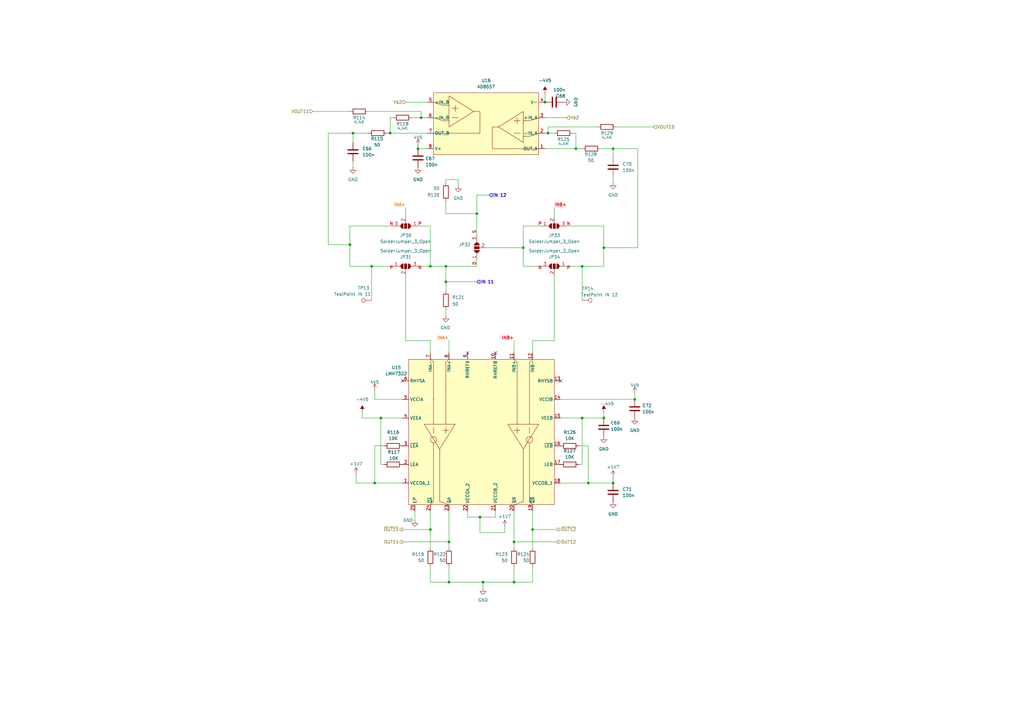
<source format=kicad_sch>
(kicad_sch (version 20231120) (generator "eeschema") (generator_version "8.0")
  (paper "A3")
  (lib_symbols
    (symbol "Connector:TestPoint" (pin_numbers hide) (pin_names (offset 0.762) hide)
      (property "Reference" "TP" (at 0 6.858 0))
      (property "Value" "TestPoint" (at 0 5.08 0))
      (symbol "TestPoint_0_1"
        (circle (center 0 3.302) (radius 0.762))
      )
      (symbol "TestPoint_1_1"
        (pin passive line (at 0 0 90) (length 2.54) (name "1") (number "1"))
      )
    )
    (symbol "Device:C" (pin_numbers hide) (pin_names (offset 0.254))
      (property "Reference" "C" (at 0.635 2.54 0))
      (property "Value" "C" (at 0.635 -2.54 0))
      (symbol "C_0_1"
        (polyline (pts (xy -2.032 -0.762) (xy 2.032 -0.762)) (stroke (width 0.508)))
        (polyline (pts (xy -2.032 0.762) (xy 2.032 0.762)) (stroke (width 0.508)))
      )
      (symbol "C_1_1"
        (pin passive line (at 0 3.81 270) (length 2.794) (name "~") (number "1"))
        (pin passive line (at 0 -3.81 90) (length 2.794) (name "~") (number "2"))
      )
    )
    (symbol "Device:R" (pin_numbers hide) (pin_names (offset 0))
      (property "Reference" "R" (at 2.032 0 90))
      (property "Value" "R" (at 0 0 90))
      (symbol "R_0_1"
        (rectangle (start -1.016 -2.54) (end 1.016 2.54) (stroke (width 0.254)))
      )
      (symbol "R_1_1"
        (pin passive line (at 0 3.81 270) (length 1.27) (name "~") (number "1"))
        (pin passive line (at 0 -3.81 90) (length 1.27) (name "~") (number "2"))
      )
    )
    (symbol "SolderJumper_3_Open_3" (pin_names (offset 0) hide) (exclude_from_sim yes) (in_bom no)
      (property "Reference" "JP" (at -2.54 -2.54 0))
      (property "Value" "SolderJumper_3_Open" (at 0 2.794 0))
      (symbol "SolderJumper_3_Open_3_0_1"
        (arc (start -1.016 1.016) (mid -2.0276 0) (end -1.016 -1.016))
        (arc (start -1.016 1.016) (mid -2.0276 0) (end -1.016 -1.016) (fill (type outline)))
        (rectangle (start -0.508 1.016) (end 0.508 -1.016) (fill (type outline)))
        (polyline (pts (xy -2.54 0) (xy -2.032 0)))
        (polyline (pts (xy -1.016 1.016) (xy -1.016 -1.016)))
        (polyline (pts (xy 0 -1.27) (xy 0 -1.016)))
        (polyline (pts (xy 1.016 1.016) (xy 1.016 -1.016)))
        (polyline (pts (xy 2.54 0) (xy 2.032 0)))
        (arc (start 1.016 -1.016) (mid 2.0276 0) (end 1.016 1.016))
        (arc (start 1.016 -1.016) (mid 2.0276 0) (end 1.016 1.016) (fill (type outline)))
      )
      (symbol "SolderJumper_3_Open_3_1_1"
        (pin passive line (at -5.08 0 0) (length 2.54) (name "A") (number "1"))
        (pin passive line (at 0 -3.81 90) (length 2.54) (name "C") (number "2"))
        (pin passive line (at 5.08 0 180) (length 2.54) (name "B") (number "3"))
      )
    )
    (symbol "power:+1V2" (power) (pin_numbers hide) (pin_names (offset 0) hide)
      (property "Value" "+1V2" (at 0 3.556 0))
      (symbol "+1V2_0_1"
        (polyline (pts (xy -0.762 1.27) (xy 0 2.54)))
        (polyline (pts (xy 0 0) (xy 0 2.54)))
        (polyline (pts (xy 0 2.54) (xy 0.762 1.27)))
      )
      (symbol "+1V2_1_1"
        (pin power_in line (at 0 0 90) (length 0) (name "~") (number "1"))
      )
    )
    (symbol "power:+8V" (power) (pin_numbers hide) (pin_names (offset 0) hide)
      (property "Value" "+8V" (at 0 3.556 0))
      (symbol "+8V_0_1"
        (polyline (pts (xy -0.762 1.27) (xy 0 2.54)))
        (polyline (pts (xy 0 0) (xy 0 2.54)))
        (polyline (pts (xy 0 2.54) (xy 0.762 1.27)))
      )
      (symbol "+8V_1_1"
        (pin power_in line (at 0 0 90) (length 0) (name "~") (number "1"))
      )
    )
    (symbol "power:-8V" (power) (pin_numbers hide) (pin_names (offset 0) hide)
      (property "Value" "-8V" (at 0 3.556 0))
      (symbol "-8V_0_0"
        (pin power_in line (at 0 0 90) (length 0) (name "~") (number "1"))
      )
      (symbol "-8V_0_1"
        (polyline (pts (xy 0 0) (xy 0 1.27) (xy 0.762 1.27) (xy 0 2.54) (xy -0.762 1.27) (xy 0 1.27)) (fill (type outline)))
      )
    )
    (symbol "power:GND" (power) (pin_numbers hide) (pin_names (offset 0) hide)
      (property "Value" "GND" (at 0 -3.81 0))
      (symbol "GND_0_1"
        (polyline (pts (xy 0 0) (xy 0 -1.27) (xy 1.27 -1.27) (xy 0 -2.54) (xy -1.27 -1.27) (xy 0 -1.27)))
      )
      (symbol "GND_1_1"
        (pin power_in line (at 0 0 270) (length 0) (name "~") (number "1"))
      )
    )
    (symbol "prova:AD8657"
      (property "Reference" "U" (at 9.906 3.556 0))
      (property "Value" "AD8657" (at 10.16 5.842 0))
      (symbol "AD8657_0_1"
        (polyline (pts (xy 12.7 17.78) (xy 12.7 20.32)))
        (polyline (pts (xy 13.97 19.05) (xy 16.51 19.05)))
        (polyline (pts (xy 13.97 24.13) (xy 16.51 24.13)))
        (polyline (pts (xy 15.24 20.32) (xy 15.24 17.78)))
        (polyline (pts (xy 16.51 19.05) (xy 16.51 19.05)))
        (polyline (pts (xy 36.83 17.78) (xy 36.83 17.78)))
        (polyline (pts (xy 39.37 13.97) (xy 41.91 13.97)))
        (polyline (pts (xy 39.37 17.78) (xy 41.91 17.78)))
        (polyline (pts (xy 40.64 15.24) (xy 40.64 12.7)))
      )
      (symbol "AD8657_1_1"
        (polyline (pts (xy 6.35 17.78) (xy 10.16 19.05)))
        (polyline (pts (xy 10.16 25.4) (xy 6.35 24.13)))
        (polyline (pts (xy 11.43 19.05) (xy 10.16 19.05)))
        (polyline (pts (xy 11.43 19.05) (xy 12.7 19.05)))
        (polyline (pts (xy 11.43 25.4) (xy 10.16 25.4)))
        (polyline (pts (xy 11.43 25.4) (xy 12.7 25.4)))
        (polyline (pts (xy 22.86 21.59) (xy 25.4 21.59) (xy 25.4 26.67)))
        (polyline (pts (xy 25.4 26.67) (xy 25.4 30.48) (xy 6.35 30.48)))
        (polyline (pts (xy 49.53 11.43) (xy 45.72 12.7) (xy 43.18 12.7)))
        (polyline (pts (xy 49.53 17.78) (xy 45.72 19.05) (xy 43.18 19.05)))
        (polyline (pts (xy 12.7 15.24) (xy 12.7 27.94) (xy 22.86 21.59) (xy 12.7 15.24)))
        (polyline (pts (xy 33.02 15.24) (xy 30.48 15.24) (xy 30.48 24.13) (xy 49.53 24.13)))
        (polyline (pts (xy 43.18 21.59) (xy 43.18 8.89) (xy 33.02 15.24) (xy 43.18 21.59)))
        (rectangle (start 6.35 33.02) (end 49.53 7.62) (fill (type background)))
        (pin output line (at 3.81 30.48 0) (length 2.54) (name "OUT_A") (number "1"))
        (pin input line (at 3.81 24.13 0) (length 2.54) (name "-IN_A") (number "2"))
        (pin input line (at 3.81 17.78 0) (length 2.54) (name "+IN_A") (number "3"))
        (pin input line (at 3.81 11.43 0) (length 2.54) (name "V-") (number "4"))
        (pin input line (at 52.07 11.43 180) (length 2.54) (name "+IN_B") (number "5"))
        (pin input line (at 52.07 17.78 180) (length 2.54) (name "-IN_B") (number "6"))
        (pin input line (at 52.07 24.13 180) (length 2.54) (name "OUT_B") (number "7"))
        (pin input line (at 52.07 30.48 180) (length 2.54) (name "V+") (number "8"))
      )
    )
    (symbol "prova:LMH7322"
      (property "Reference" "U" (at 11.684 8.89 0))
      (property "Value" "LMH7322" (at 20.32 16.51 0))
      (symbol "LMH7322_0_1"
        (circle (center -8.89 -5.08) (radius 0.0001))
        (circle (center -8.89 11.43) (radius 1.27))
        (polyline (pts (xy -8.89 -8.89) (xy -8.89 5.08)))
        (polyline (pts (xy -8.89 8.89) (xy -8.89 6.35)))
        (polyline (pts (xy -3.81 -8.89) (xy -3.81 5.08)))
        (polyline (pts (xy -3.81 8.89) (xy -3.81 6.35)))
        (polyline (pts (xy -2.54 7.62) (xy -5.08 7.62)))
        (polyline (pts (xy 25.4 8.89) (xy 25.4 6.35)))
        (polyline (pts (xy 26.67 7.62) (xy 24.13 7.62)))
        (polyline (pts (xy 30.48 -2.54) (xy 30.48 -2.54)))
        (polyline (pts (xy 30.48 8.89) (xy 30.48 6.35)))
        (polyline (pts (xy -8.89 -8.89) (xy -8.89 -20.32) (xy -10.16 -21.59)))
        (polyline (pts (xy -8.89 12.7) (xy -8.89 36.83) (xy -10.16 38.1)))
        (polyline (pts (xy -6.35 15.24) (xy -6.35 36.83) (xy -2.54 38.1)))
        (polyline (pts (xy -3.81 -8.89) (xy -3.81 -20.32) (xy -2.54 -21.59)))
        (polyline (pts (xy 27.94 15.24) (xy 27.94 36.83) (xy 24.13 38.1)))
        (polyline (pts (xy 30.48 12.7) (xy 30.48 36.83) (xy 31.75 38.1)))
        (circle (center 30.48 11.43) (radius 1.27))
      )
      (symbol "LMH7322_1_1"
        (rectangle (start -19.05 38.1) (end 40.64 -21.59) (fill (type background)))
        (polyline (pts (xy 0 5.08) (xy -12.7 5.08) (xy -6.35 15.24) (xy 0 5.08)))
        (polyline (pts (xy 24.13 -21.59) (xy 25.4 -20.32) (xy 25.4 -16.51) (xy 25.4 5.08)) (fill (type background)))
        (polyline (pts (xy 30.48 5.08) (xy 30.48 -16.51) (xy 30.48 -20.32) (xy 31.75 -21.59)) (fill (type background)))
        (polyline (pts (xy 34.29 5.08) (xy 21.59 5.08) (xy 27.94 15.24) (xy 34.29 5.08)) (fill (type background)))
        (pin input line (at -21.59 29.21 0) (length 2.54) (name "VCCOA_1") (number "1"))
        (pin input line (at 16.51 -24.13 90) (length 2.54) (name "RHREFB") (number "10"))
        (pin input line (at 24.13 -24.13 90) (length 2.54) (name "INB+") (number "11"))
        (pin input line (at 31.75 -24.13 90) (length 2.54) (name "INB-") (number "12"))
        (pin input line (at 43.18 -12.7 180) (length 2.54) (name "RHYSB") (number "13"))
        (pin input line (at 43.18 -5.08 180) (length 2.54) (name "VCCIB") (number "14"))
        (pin input line (at 43.18 2.54 180) (length 2.54) (name "VEEB") (number "15"))
        (pin input line (at 43.18 13.97 180) (length 2.54) (name "~{LEB}") (number "16"))
        (pin input line (at 43.18 21.59 180) (length 2.54) (name "LEB") (number "17"))
        (pin input line (at 43.18 29.21 180) (length 2.54) (name "VCCOB_1") (number "18"))
        (pin output line (at 31.75 40.64 270) (length 2.54) (name "~{QB}") (number "19"))
        (pin input line (at -21.59 21.59 0) (length 2.54) (name "LEA") (number "2"))
        (pin output line (at 24.13 40.64 270) (length 2.54) (name "QB") (number "20"))
        (pin input line (at 16.51 40.64 270) (length 2.54) (name "VCCOB_2") (number "21"))
        (pin input line (at 5.08 40.64 270) (length 2.54) (name "VCCOA_2") (number "22"))
        (pin output line (at -2.54 40.64 270) (length 2.54) (name "QA") (number "23"))
        (pin output line (at -10.16 40.64 270) (length 2.54) (name "~{QA}") (number "24"))
        (pin passive line (at -16.51 40.64 270) (length 2.54) (name "EP") (number "25"))
        (pin input line (at -21.59 13.97 0) (length 2.54) (name "~{LEA}") (number "3"))
        (pin input line (at -21.59 2.54 0) (length 2.54) (name "VEEA") (number "4"))
        (pin input line (at -21.59 -5.08 0) (length 2.54) (name "VCCIA") (number "5"))
        (pin input line (at -21.59 -12.7 0) (length 2.54) (name "RHYSA") (number "6"))
        (pin input line (at -10.16 -24.13 90) (length 2.54) (name "INA-") (number "7"))
        (pin input line (at -2.54 -24.13 90) (length 2.54) (name "INA+") (number "8"))
        (pin input line (at 5.08 -24.13 90) (length 2.54) (name "RHREFA") (number "9"))
      )
    )
  )
  (junction (at 210.82 222.25))
  (junction (at 152.4 109.22))
  (junction (at 160.02 54.61))
  (junction (at 143.51 100.33))
  (junction (at 198.12 238.76))
  (junction (at 241.3 198.12))
  (junction (at 196.85 212.09))
  (junction (at 210.82 238.76))
  (junction (at 251.46 60.96))
  (junction (at 176.53 217.17))
  (junction (at 218.44 217.17))
  (junction (at 184.15 238.76))
  (junction (at 238.76 171.45))
  (junction (at 182.88 109.22))
  (junction (at 251.46 198.12))
  (junction (at 144.78 54.61))
  (junction (at 171.45 60.96))
  (junction (at 214.63 101.6))
  (junction (at 224.79 54.61))
  (junction (at 236.22 60.96))
  (junction (at 176.53 109.22))
  (junction (at 182.88 115.57))
  (junction (at 184.15 222.25))
  (junction (at 156.21 171.45))
  (junction (at 195.58 87.63))
  (junction (at 247.65 101.6))
  (junction (at 247.65 171.45))
  (junction (at 238.76 109.22))
  (junction (at 153.67 198.12))
  (junction (at 260.35 163.83))
  (junction (at 223.52 41.91))
  (junction (at 172.72 48.26))
  (no_connect (at 165.1 156.21))
  (no_connect (at 191.77 144.78))
  (no_connect (at 229.87 156.21))
  (no_connect (at 203.2 144.78))
  (wire (pts (xy 237.49 182.88) (xy 241.3 182.88)))
  (wire (pts (xy 184.15 222.25) (xy 184.15 224.79)))
  (wire (pts (xy 182.88 127) (xy 182.88 129.54)))
  (wire (pts (xy 146.05 194.31) (xy 146.05 198.12)))
  (wire (pts (xy 182.88 115.57) (xy 195.58 115.57)))
  (wire (pts (xy 228.6 217.17) (xy 218.44 217.17)))
  (wire (pts (xy 214.63 109.22) (xy 222.25 109.22)))
  (wire (pts (xy 165.1 198.12) (xy 153.67 198.12)))
  (wire (pts (xy 184.15 222.25) (xy 165.1 222.25)))
  (wire (pts (xy 158.75 54.61) (xy 160.02 54.61)))
  (wire (pts (xy 166.37 139.7) (xy 176.53 139.7)))
  (wire (pts (xy 191.77 212.09) (xy 191.77 209.55)))
  (wire (pts (xy 182.88 119.38) (xy 182.88 115.57)))
  (wire (pts (xy 247.65 101.6) (xy 247.65 109.22)))
  (wire (pts (xy 228.6 222.25) (xy 210.82 222.25)))
  (wire (pts (xy 218.44 238.76) (xy 210.82 238.76)))
  (wire (pts (xy 203.2 212.09) (xy 203.2 209.55)))
  (wire (pts (xy 241.3 198.12) (xy 229.87 198.12)))
  (wire (pts (xy 195.58 106.68) (xy 195.58 109.22)))
  (wire (pts (xy 199.39 101.6) (xy 214.63 101.6)))
  (wire (pts (xy 182.88 73.66) (xy 187.96 73.66)))
  (wire (pts (xy 214.63 92.71) (xy 214.63 101.6)))
  (wire (pts (xy 210.82 222.25) (xy 210.82 224.79)))
  (wire (pts (xy 176.53 209.55) (xy 176.53 217.17)))
  (wire (pts (xy 236.22 54.61) (xy 236.22 60.96)))
  (wire (pts (xy 184.15 209.55) (xy 184.15 222.25)))
  (wire (pts (xy 156.21 190.5) (xy 156.21 171.45)))
  (wire (pts (xy 152.4 109.22) (xy 152.4 123.19)))
  (wire (pts (xy 153.67 198.12) (xy 146.05 198.12)))
  (wire (pts (xy 191.77 212.09) (xy 196.85 212.09)))
  (wire (pts (xy 227.33 139.7) (xy 227.33 113.03)))
  (wire (pts (xy 156.21 171.45) (xy 148.59 171.45)))
  (wire (pts (xy 171.45 59.69) (xy 171.45 60.96)))
  (wire (pts (xy 176.53 144.78) (xy 176.53 139.7)))
  (wire (pts (xy 218.44 217.17) (xy 218.44 224.79)))
  (wire (pts (xy 218.44 232.41) (xy 218.44 238.76)))
  (wire (pts (xy 195.58 80.01) (xy 195.58 87.63)))
  (wire (pts (xy 247.65 171.45) (xy 238.76 171.45)))
  (wire (pts (xy 251.46 64.77) (xy 251.46 60.96)))
  (wire (pts (xy 223.52 60.96) (xy 236.22 60.96)))
  (wire (pts (xy 153.67 163.83) (xy 165.1 163.83)))
  (wire (pts (xy 134.62 100.33) (xy 134.62 54.61)))
  (wire (pts (xy 143.51 92.71) (xy 161.29 92.71)))
  (wire (pts (xy 182.88 82.55) (xy 182.88 87.63)))
  (wire (pts (xy 144.78 58.42) (xy 144.78 54.61)))
  (wire (pts (xy 166.37 113.03) (xy 166.37 139.7)))
  (wire (pts (xy 224.79 54.61) (xy 227.33 54.61)))
  (wire (pts (xy 143.51 109.22) (xy 152.4 109.22)))
  (wire (pts (xy 198.12 238.76) (xy 198.12 241.3)))
  (wire (pts (xy 134.62 54.61) (xy 144.78 54.61)))
  (wire (pts (xy 176.53 109.22) (xy 171.45 109.22)))
  (wire (pts (xy 251.46 198.12) (xy 241.3 198.12)))
  (wire (pts (xy 224.79 52.07) (xy 245.11 52.07)))
  (wire (pts (xy 128.27 45.72) (xy 143.51 45.72)))
  (wire (pts (xy 160.02 54.61) (xy 160.02 48.26)))
  (wire (pts (xy 247.65 168.91) (xy 247.65 171.45)))
  (wire (pts (xy 237.49 190.5) (xy 238.76 190.5)))
  (wire (pts (xy 153.67 182.88) (xy 157.48 182.88)))
  (wire (pts (xy 196.85 218.44) (xy 207.01 218.44)))
  (wire (pts (xy 246.38 60.96) (xy 251.46 60.96)))
  (wire (pts (xy 224.79 54.61) (xy 223.52 54.61)))
  (wire (pts (xy 214.63 101.6) (xy 214.63 109.22)))
  (wire (pts (xy 267.97 52.07) (xy 252.73 52.07)))
  (wire (pts (xy 170.18 209.55) (xy 170.18 213.36)))
  (wire (pts (xy 176.53 217.17) (xy 176.53 224.79)))
  (wire (pts (xy 184.15 139.7) (xy 184.15 144.78)))
  (wire (pts (xy 261.62 60.96) (xy 251.46 60.96)))
  (wire (pts (xy 218.44 139.7) (xy 227.33 139.7)))
  (wire (pts (xy 251.46 195.58) (xy 251.46 198.12)))
  (wire (pts (xy 247.65 101.6) (xy 261.62 101.6)))
  (wire (pts (xy 166.37 85.09) (xy 166.37 88.9)))
  (wire (pts (xy 175.26 60.96) (xy 171.45 60.96)))
  (wire (pts (xy 165.1 171.45) (xy 156.21 171.45)))
  (wire (pts (xy 195.58 87.63) (xy 195.58 96.52)))
  (wire (pts (xy 143.51 100.33) (xy 134.62 100.33)))
  (wire (pts (xy 229.87 163.83) (xy 260.35 163.83)))
  (wire (pts (xy 210.82 209.55) (xy 210.82 222.25)))
  (wire (pts (xy 195.58 109.22) (xy 182.88 109.22)))
  (wire (pts (xy 153.67 160.02) (xy 153.67 163.83)))
  (wire (pts (xy 166.37 41.91) (xy 175.26 41.91)))
  (wire (pts (xy 148.59 168.91) (xy 148.59 171.45)))
  (wire (pts (xy 153.67 182.88) (xy 153.67 198.12)))
  (wire (pts (xy 196.85 212.09) (xy 196.85 218.44)))
  (wire (pts (xy 210.82 232.41) (xy 210.82 238.76)))
  (wire (pts (xy 224.79 54.61) (xy 224.79 52.07)))
  (wire (pts (xy 241.3 182.88) (xy 241.3 198.12)))
  (wire (pts (xy 143.51 100.33) (xy 143.51 109.22)))
  (wire (pts (xy 236.22 60.96) (xy 238.76 60.96)))
  (wire (pts (xy 196.85 212.09) (xy 203.2 212.09)))
  (wire (pts (xy 182.88 87.63) (xy 195.58 87.63)))
  (wire (pts (xy 207.01 215.9) (xy 207.01 218.44)))
  (wire (pts (xy 172.72 48.26) (xy 172.72 45.72)))
  (wire (pts (xy 227.33 85.09) (xy 227.33 88.9)))
  (wire (pts (xy 195.58 80.01) (xy 200.66 80.01)))
  (wire (pts (xy 144.78 66.04) (xy 144.78 68.58)))
  (wire (pts (xy 182.88 73.66) (xy 182.88 74.93)))
  (wire (pts (xy 261.62 101.6) (xy 261.62 60.96)))
  (wire (pts (xy 157.48 190.5) (xy 156.21 190.5)))
  (wire (pts (xy 176.53 92.71) (xy 176.53 109.22)))
  (wire (pts (xy 176.53 217.17) (xy 165.1 217.17)))
  (wire (pts (xy 223.52 38.1) (xy 223.52 41.91)))
  (wire (pts (xy 152.4 109.22) (xy 161.29 109.22)))
  (wire (pts (xy 234.95 54.61) (xy 236.22 54.61)))
  (wire (pts (xy 184.15 238.76) (xy 176.53 238.76)))
  (wire (pts (xy 171.45 92.71) (xy 176.53 92.71)))
  (wire (pts (xy 218.44 144.78) (xy 218.44 139.7)))
  (wire (pts (xy 232.41 92.71) (xy 247.65 92.71)))
  (wire (pts (xy 182.88 109.22) (xy 176.53 109.22)))
  (wire (pts (xy 187.96 73.66) (xy 187.96 76.2)))
  (wire (pts (xy 176.53 232.41) (xy 176.53 238.76)))
  (wire (pts (xy 168.91 48.26) (xy 172.72 48.26)))
  (wire (pts (xy 238.76 109.22) (xy 247.65 109.22)))
  (wire (pts (xy 232.41 109.22) (xy 238.76 109.22)))
  (wire (pts (xy 229.87 171.45) (xy 238.76 171.45)))
  (wire (pts (xy 143.51 92.71) (xy 143.51 100.33)))
  (wire (pts (xy 198.12 238.76) (xy 184.15 238.76)))
  (wire (pts (xy 210.82 238.76) (xy 198.12 238.76)))
  (wire (pts (xy 160.02 54.61) (xy 175.26 54.61)))
  (wire (pts (xy 238.76 109.22) (xy 238.76 123.19)))
  (wire (pts (xy 151.13 45.72) (xy 172.72 45.72)))
  (wire (pts (xy 222.25 92.71) (xy 214.63 92.71)))
  (wire (pts (xy 260.35 161.29) (xy 260.35 163.83)))
  (wire (pts (xy 184.15 232.41) (xy 184.15 238.76)))
  (wire (pts (xy 218.44 209.55) (xy 218.44 217.17)))
  (wire (pts (xy 247.65 92.71) (xy 247.65 101.6)))
  (wire (pts (xy 144.78 54.61) (xy 151.13 54.61)))
  (wire (pts (xy 238.76 190.5) (xy 238.76 171.45)))
  (wire (pts (xy 251.46 72.39) (xy 251.46 74.93)))
  (wire (pts (xy 223.52 48.26) (xy 232.41 48.26)))
  (wire (pts (xy 172.72 48.26) (xy 175.26 48.26)))
  (wire (pts (xy 210.82 139.7) (xy 210.82 144.78)))
  (wire (pts (xy 182.88 109.22) (xy 182.88 115.57)))
  (wire (pts (xy 160.02 48.26) (xy 161.29 48.26)))
  (text "P\n" (at 160.528 109.982 0) (effects (font (size 1.27 1.27) (thickness 0.254) (bold yes))))
  (text "S" (at 194.564 95.25 90) (effects (font (size 1.27 1.27) (thickness 0.254) (bold yes))))
  (text "N" (at 160.528 91.948 0) (effects (font (size 1.27 1.27) (thickness 0.254) (bold yes))))
  (text "P\n" (at 233.172 109.982 0) (effects (font (size 1.27 1.27) (thickness 0.254) (bold yes))))
  (text "N" (at 221.488 109.982 0) (effects (font (size 1.27 1.27) (thickness 0.254) (bold yes))))
  (text "D" (at 194.564 108.204 90) (effects (font (size 1.27 1.27) (thickness 0.254) (bold yes))))
  (text "N" (at 233.172 91.948 0) (effects (font (size 1.27 1.27) (thickness 0.254) (bold yes))))
  (text "P\n" (at 221.488 91.948 0) (effects (font (size 1.27 1.27) (thickness 0.254) (bold yes))))
  (text "N" (at 172.212 109.982 0) (effects (font (size 1.27 1.27) (thickness 0.254) (bold yes))))
  (text "P\n" (at 172.212 91.948 0) (effects (font (size 1.27 1.27) (thickness 0.254) (bold yes))))
  (label "INB+" (at 227.33 85.09 0) (effects (font (thickness 0.254) (bold yes))))
  (label "INB+" (at 210.82 139.7 180) (effects (font (thickness 0.254) (bold yes))))
  (label "INA+" (at 166.37 85.09 180) (effects (font (thickness 0.254) (bold yes))))
  (label "INA+" (at 184.15 139.7 180) (effects (font (thickness 0.254) (bold yes))))
  (hierarchical_label "Vb2" (shape input) (at 232.41 48.26 0))
  (hierarchical_label "OUT11" (shape output) (at 165.1 222.25 180))
  (hierarchical_label "OUT12" (shape output) (at 228.6 222.25 0))
  (hierarchical_label "~{OUT11}" (shape output) (at 165.1 217.17 180))
  (hierarchical_label "VOUT11" (shape input) (at 128.27 45.72 180))
  (hierarchical_label "VOUT10" (shape input) (at 267.97 52.07 0))
  (hierarchical_label "IN 11" (shape input) (at 195.58 115.57 0) (effects (font (thickness 0.254) (bold yes))))
  (hierarchical_label "Vb2" (shape input) (at 166.37 41.91 180))
  (hierarchical_label "IN 12" (shape input) (at 200.66 80.01 0) (effects (font (thickness 0.254) (bold yes))))
  (hierarchical_label "~{OUT12}" (shape output) (at 228.6 217.17 0))
  (symbol (lib_id "prova:AD8657") (at 227.33 30.48 180) (unit 1)
    (property "Reference" "U16" (at 199.39 33.02 0))
    (property "Value" "AD8657" (at 199.39 35.56 0))
    (property "Footprint" "SamacSys_Parts:SOP65P490X110-8N" (effects (hide yes)))
  )
  (symbol (lib_id "Device:C") (at 260.35 167.64 0) (unit 1)
    (property "Reference" "C72" (at 263.398 166.37 0) (effects (justify left)))
    (property "Value" "100n" (at 263.398 168.91 0) (effects (justify left)))
    (property "Footprint" "Capacitor_SMD:C_0603_1608Metric_Pad1.08x0.95mm_HandSolder" (effects (hide yes)))
    (property "Description" "Unpolarized capacitor" (effects (hide yes)))
  )
  (symbol (lib_id "Device:C") (at 144.78 62.23 0) (unit 1)
    (property "Reference" "C66" (at 148.59 60.9599 0) (effects (justify left)))
    (property "Value" "100n" (at 148.59 63.4999 0) (effects (justify left)))
    (property "Footprint" "Capacitor_SMD:C_0603_1608Metric_Pad1.08x0.95mm_HandSolder" (effects (hide yes)))
    (property "Description" "Unpolarized capacitor" (effects (hide yes)))
  )
  (symbol (lib_id "Device:R") (at 154.94 54.61 90) (unit 1)
    (property "Reference" "R115" (at 154.686 56.896 90))
    (property "Value" "50" (at 154.686 59.436 90))
    (property "Footprint" "Resistor_SMD:R_0603_1608Metric_Pad0.98x0.95mm_HandSolder" (effects (hide yes)))
    (property "Description" "Resistor" (effects (hide yes)))
  )
  (symbol (lib_id "power:+8V") (at 171.45 59.69 0) (unit 1)
    (property "Reference" "#PWR0172" (effects (hide yes)))
    (property "Value" "4V5" (at 171.45 56.388 0))
    (property "Description" "Power symbol creates a global label with name \"+8V\"" (effects (hide yes)))
  )
  (symbol (lib_id "Device:R") (at 242.57 60.96 90) (unit 1)
    (property "Reference" "R128" (at 242.316 63.246 90))
    (property "Value" "50" (at 242.316 65.786 90))
    (property "Footprint" "Resistor_SMD:R_0603_1608Metric_Pad0.98x0.95mm_HandSolder" (effects (hide yes)))
    (property "Description" "Resistor" (effects (hide yes)))
  )
  (symbol (lib_id "Device:C") (at 251.46 201.93 0) (unit 1)
    (property "Reference" "C71" (at 255.27 200.6599 0) (effects (justify left)))
    (property "Value" "100n" (at 255.27 203.1999 0) (effects (justify left)))
    (property "Footprint" "Capacitor_SMD:C_0603_1608Metric_Pad1.08x0.95mm_HandSolder" (effects (hide yes)))
    (property "Description" "Unpolarized capacitor" (effects (hide yes)))
  )
  (symbol (lib_id "Device:C") (at 171.45 64.77 0) (unit 1)
    (property "Reference" "C67" (at 174.498 65.024 0) (effects (justify left)))
    (property "Value" "100n" (at 174.498 67.564 0) (effects (justify left)))
    (property "Footprint" "Capacitor_SMD:C_0603_1608Metric_Pad1.08x0.95mm_HandSolder" (effects (hide yes)))
    (property "Description" "Unpolarized capacitor" (effects (hide yes)))
  )
  (symbol (lib_id "power:GND") (at 187.96 76.2 0) (unit 1)
    (property "Reference" "#PWR0175" (effects (hide yes)))
    (property "Value" "GND" (at 187.96 81.28 0))
    (property "Description" "Power symbol creates a global label with name \"GND\" , ground" (effects (hide yes)))
  )
  (symbol (lib_id "Device:R") (at 161.29 190.5 270) (mirror x) (unit 1)
    (property "Reference" "R117" (at 161.544 185.42 90))
    (property "Value" "10K" (at 161.544 187.96 90))
    (property "Footprint" "Resistor_SMD:R_0603_1608Metric_Pad0.98x0.95mm_HandSolder" (effects (hide yes)))
    (property "Description" "Resistor" (effects (hide yes)))
  )
  (symbol (lib_id "power:GND") (at 251.46 205.74 0) (unit 1)
    (property "Reference" "#PWR0185" (effects (hide yes)))
    (property "Value" "GND" (at 251.46 210.82 0))
    (property "Description" "Power symbol creates a global label with name \"GND\" , ground" (effects (hide yes)))
  )
  (symbol (lib_id "power:-8V") (at 223.52 38.1 0) (unit 1)
    (property "Reference" "#PWR0178" (effects (hide yes)))
    (property "Value" "-4V5" (at 223.52 33.02 0))
    (property "Description" "Power symbol creates a global label with name \"-8V\"" (effects (hide yes)))
  )
  (symbol (lib_id "power:+1V2") (at 207.01 215.9 0) (mirror y) (unit 1)
    (property "Reference" "#PWR0177" (effects (hide yes)))
    (property "Value" "+1V7" (at 207.01 211.836 0))
    (property "Description" "Power symbol creates a global label with name \"+1V2\"" (effects (hide yes)))
  )
  (symbol (lib_id "Device:R") (at 182.88 78.74 0) (unit 1)
    (property "Reference" "R120" (at 180.34 80.0101 0) (effects (justify right)))
    (property "Value" "50" (at 180.34 77.216 0) (effects (justify right)))
    (property "Footprint" "Resistor_SMD:R_0603_1608Metric_Pad0.98x0.95mm_HandSolder" (effects (hide yes)))
    (property "Description" "Resistor" (effects (hide yes)))
  )
  (symbol (lib_id "power:GND") (at 198.12 241.3 0) (mirror y) (unit 1)
    (property "Reference" "#PWR0176" (effects (hide yes)))
    (property "Value" "GND" (at 198.12 246.126 0))
    (property "Description" "Power symbol creates a global label with name \"GND\" , ground" (effects (hide yes)))
  )
  (symbol (lib_name "SolderJumper_3_Open_3") (lib_id "Jumper:SolderJumper_3_Open") (at 195.58 101.6 90) (unit 1) (exclude_from_sim yes) (in_bom no)
    (property "Reference" "JP32" (at 193.04 100.3299 90) (effects (justify left)))
    (property "Value" "SolderJumper_3_Open" (effects (hide yes)))
    (property "Footprint" "Jumper:SolderJumper-3_P1.3mm_Open_RoundedPad1.0x1.5mm_NumberLabels" (effects (hide yes)))
    (property "Description" "Solder Jumper, 3-pole, open" (effects (hide yes)))
  )
  (symbol (lib_id "power:GND") (at 182.88 129.54 0) (unit 1)
    (property "Reference" "#PWR0174" (effects (hide yes)))
    (property "Value" "GND" (at 182.626 134.366 0))
    (property "Description" "Power symbol creates a global label with name \"GND\" , ground" (effects (hide yes)))
  )
  (symbol (lib_id "Device:R") (at 184.15 228.6 0) (mirror y) (unit 1)
    (property "Reference" "R122" (at 182.88 227.33 0) (effects (justify left)))
    (property "Value" "50" (at 182.88 229.87 0) (effects (justify left)))
    (property "Footprint" "Resistor_SMD:R_0603_1608Metric_Pad0.98x0.95mm_HandSolder" (effects (hide yes)))
    (property "Description" "Resistor" (effects (hide yes)))
  )
  (symbol (lib_id "power:+8V") (at 153.67 160.02 0) (mirror y) (unit 1)
    (property "Reference" "#PWR0170" (effects (hide yes)))
    (property "Value" "4V5" (at 153.67 156.718 0))
    (property "Description" "Power symbol creates a global label with name \"+8V\"" (effects (hide yes)))
  )
  (symbol (lib_id "Device:R") (at 147.32 45.72 270) (unit 1)
    (property "Reference" "R114" (at 147.32 48.26 90))
    (property "Value" "4.4K" (at 147.32 50.038 90))
    (property "Footprint" "Resistor_SMD:R_0603_1608Metric_Pad0.98x0.95mm_HandSolder" (effects (hide yes)))
    (property "Description" "Resistor" (effects (hide yes)))
  )
  (symbol (lib_id "Device:R") (at 233.68 182.88 270) (mirror x) (unit 1)
    (property "Reference" "R126" (at 233.68 177.292 90))
    (property "Value" "10K" (at 233.68 179.832 90))
    (property "Footprint" "Resistor_SMD:R_0603_1608Metric_Pad0.98x0.95mm_HandSolder" (effects (hide yes)))
    (property "Description" "Resistor" (effects (hide yes)))
  )
  (symbol (lib_id "prova:LMH7322") (at 186.69 168.91 0) (mirror x) (unit 1)
    (property "Reference" "U15" (at 162.56 150.7138 0))
    (property "Value" "LMH7322" (at 162.56 153.2538 0))
    (property "Footprint" "SamacSys_Parts:QFN50P400X400X80-25N" (effects (hide yes)))
  )
  (symbol (lib_name "SolderJumper_3_Open_3") (lib_id "Jumper:SolderJumper_3_Open") (at 227.33 109.22 0) (mirror y) (unit 1) (exclude_from_sim yes) (in_bom no)
    (property "Reference" "JP34" (at 227.33 105.41 0))
    (property "Value" "SolderJumper_3_Open" (at 227.33 102.87 0))
    (property "Footprint" "Jumper:SolderJumper-3_P1.3mm_Open_RoundedPad1.0x1.5mm_NumberLabels" (effects (hide yes)))
    (property "Description" "Solder Jumper, 3-pole, open" (effects (hide yes)))
  )
  (symbol (lib_name "SolderJumper_3_Open_3") (lib_id "Jumper:SolderJumper_3_Open") (at 227.33 92.71 0) (mirror x) (unit 1) (exclude_from_sim yes) (in_bom no)
    (property "Reference" "JP33" (at 227.33 96.52 0))
    (property "Value" "SolderJumper_3_Open" (at 227.33 99.06 0))
    (property "Footprint" "Jumper:SolderJumper-3_P1.3mm_Open_RoundedPad1.0x1.5mm_NumberLabels" (effects (hide yes)))
    (property "Description" "Solder Jumper, 3-pole, open" (effects (hide yes)))
  )
  (symbol (lib_id "power:+8V") (at 260.35 161.29 0) (mirror y) (unit 1)
    (property "Reference" "#PWR0180" (effects (hide yes)))
    (property "Value" "4V5" (at 260.35 157.988 0))
    (property "Description" "Power symbol creates a global label with name \"+8V\"" (effects (hide yes)))
  )
  (symbol (lib_id "Device:C") (at 251.46 68.58 0) (unit 1)
    (property "Reference" "C70" (at 255.27 67.3099 0) (effects (justify left)))
    (property "Value" "100n" (at 255.27 69.8499 0) (effects (justify left)))
    (property "Footprint" "Capacitor_SMD:C_0603_1608Metric_Pad1.08x0.95mm_HandSolder" (effects (hide yes)))
    (property "Description" "Unpolarized capacitor" (effects (hide yes)))
  )
  (symbol (lib_id "power:GND") (at 247.65 179.07 0) (unit 1)
    (property "Reference" "#PWR0182" (effects (hide yes)))
    (property "Value" "GND" (at 247.65 184.15 0))
    (property "Description" "Power symbol creates a global label with name \"GND\" , ground" (effects (hide yes)))
  )
  (symbol (lib_id "Device:R") (at 182.88 123.19 180) (unit 1)
    (property "Reference" "R121" (at 185.42 121.9199 0) (effects (justify right)))
    (property "Value" "50" (at 185.42 124.714 0) (effects (justify right)))
    (property "Footprint" "Resistor_SMD:R_0603_1608Metric_Pad0.98x0.95mm_HandSolder" (effects (hide yes)))
    (property "Description" "Resistor" (effects (hide yes)))
  )
  (symbol (lib_id "power:GND") (at 260.35 171.45 0) (unit 1)
    (property "Reference" "#PWR0186" (effects (hide yes)))
    (property "Value" "GND" (at 260.35 176.53 0))
    (property "Description" "Power symbol creates a global label with name \"GND\" , ground" (effects (hide yes)))
  )
  (symbol (lib_name "SolderJumper_3_Open_3") (lib_id "Jumper:SolderJumper_3_Open") (at 166.37 109.22 0) (unit 1) (exclude_from_sim yes) (in_bom no)
    (property "Reference" "JP31" (at 166.37 105.41 0))
    (property "Value" "SolderJumper_3_Open" (at 166.37 102.87 0))
    (property "Footprint" "Jumper:SolderJumper-3_P1.3mm_Open_RoundedPad1.0x1.5mm_NumberLabels" (effects (hide yes)))
    (property "Description" "Solder Jumper, 3-pole, open" (effects (hide yes)))
  )
  (symbol (lib_id "Device:C") (at 227.33 41.91 90) (unit 1)
    (property "Reference" "C68" (at 231.902 39.37 90) (effects (justify left)))
    (property "Value" "100n" (at 231.902 36.83 90) (effects (justify left)))
    (property "Footprint" "Capacitor_SMD:C_0603_1608Metric_Pad1.08x0.95mm_HandSolder" (effects (hide yes)))
    (property "Description" "Unpolarized capacitor" (effects (hide yes)))
  )
  (symbol (lib_id "power:GND") (at 171.45 68.58 0) (unit 1)
    (property "Reference" "#PWR0173" (effects (hide yes)))
    (property "Value" "GND" (at 171.45 73.66 0))
    (property "Description" "Power symbol creates a global label with name \"GND\" , ground" (effects (hide yes)))
  )
  (symbol (lib_id "Device:R") (at 165.1 48.26 270) (unit 1)
    (property "Reference" "R118" (at 165.1 50.8 90))
    (property "Value" "4.4K" (at 165.1 52.578 90))
    (property "Footprint" "Resistor_SMD:R_0603_1608Metric_Pad0.98x0.95mm_HandSolder" (effects (hide yes)))
    (property "Description" "Resistor" (effects (hide yes)))
  )
  (symbol (lib_id "Device:R") (at 248.92 52.07 270) (unit 1)
    (property "Reference" "R129" (at 248.92 54.61 90))
    (property "Value" "4.4K" (at 248.92 56.388 90))
    (property "Footprint" "Resistor_SMD:R_0603_1608Metric_Pad0.98x0.95mm_HandSolder" (effects (hide yes)))
    (property "Description" "Resistor" (effects (hide yes)))
  )
  (symbol (lib_id "Device:R") (at 210.82 228.6 0) (mirror y) (unit 1)
    (property "Reference" "R123" (at 208.28 227.3299 0) (effects (justify left)))
    (property "Value" "50" (at 208.28 229.8699 0) (effects (justify left)))
    (property "Footprint" "Resistor_SMD:R_0603_1608Metric_Pad0.98x0.95mm_HandSolder" (effects (hide yes)))
    (property "Description" "Resistor" (effects (hide yes)))
  )
  (symbol (lib_id "power:+1V2") (at 146.05 194.31 0) (mirror y) (unit 1)
    (property "Reference" "#PWR0168" (effects (hide yes)))
    (property "Value" "+1V7" (at 146.05 190.246 0))
    (property "Description" "Power symbol creates a global label with name \"+1V2\"" (effects (hide yes)))
  )
  (symbol (lib_id "Device:R") (at 161.29 182.88 270) (mirror x) (unit 1)
    (property "Reference" "R116" (at 161.29 177.292 90))
    (property "Value" "10K" (at 161.29 179.832 90))
    (property "Footprint" "Resistor_SMD:R_0603_1608Metric_Pad0.98x0.95mm_HandSolder" (effects (hide yes)))
    (property "Description" "Resistor" (effects (hide yes)))
  )
  (symbol (lib_id "Device:R") (at 231.14 54.61 270) (unit 1)
    (property "Reference" "R125" (at 231.14 57.15 90))
    (property "Value" "4.4K" (at 231.14 58.928 90))
    (property "Footprint" "Resistor_SMD:R_0603_1608Metric_Pad0.98x0.95mm_HandSolder" (effects (hide yes)))
    (property "Description" "Resistor" (effects (hide yes)))
  )
  (symbol (lib_id "power:GND") (at 251.46 74.93 0) (unit 1)
    (property "Reference" "#PWR0183" (effects (hide yes)))
    (property "Value" "GND" (at 251.46 80.01 0))
    (property "Description" "Power symbol creates a global label with name \"GND\" , ground" (effects (hide yes)))
  )
  (symbol (lib_id "Connector:TestPoint") (at 152.4 123.19 90) (unit 1)
    (property "Reference" "TP13" (at 149.098 118.11 90))
    (property "Value" "TestPoint IN 11" (at 144.526 120.65 90))
    (property "Footprint" "TestPoint:TestPoint_Pad_D1.0mm" (effects (hide yes)))
    (property "Description" "test point" (effects (hide yes)))
  )
  (symbol (lib_id "Device:R") (at 233.68 190.5 270) (mirror x) (unit 1)
    (property "Reference" "R127" (at 233.68 184.912 90))
    (property "Value" "10K" (at 233.68 187.452 90))
    (property "Footprint" "Resistor_SMD:R_0603_1608Metric_Pad0.98x0.95mm_HandSolder" (effects (hide yes)))
    (property "Description" "Resistor" (effects (hide yes)))
  )
  (symbol (lib_id "power:-8V") (at 247.65 168.91 0) (mirror y) (unit 1)
    (property "Reference" "#PWR0181" (effects (hide yes)))
    (property "Value" "-4V5" (at 249.174 165.608 0))
    (property "Description" "Power symbol creates a global label with name \"-8V\"" (effects (hide yes)))
  )
  (symbol (lib_id "power:-8V") (at 148.59 168.91 0) (mirror y) (unit 1)
    (property "Reference" "#PWR0169" (effects (hide yes)))
    (property "Value" "-4V5" (at 148.59 163.83 0))
    (property "Description" "Power symbol creates a global label with name \"-8V\"" (effects (hide yes)))
  )
  (symbol (lib_name "SolderJumper_3_Open_3") (lib_id "Jumper:SolderJumper_3_Open") (at 166.37 92.71 180) (unit 1) (exclude_from_sim yes) (in_bom no)
    (property "Reference" "JP30" (at 166.37 96.52 0))
    (property "Value" "SolderJumper_3_Open" (at 166.37 99.06 0))
    (property "Footprint" "Jumper:SolderJumper-3_P1.3mm_Open_RoundedPad1.0x1.5mm_NumberLabels" (effects (hide yes)))
    (property "Description" "Solder Jumper, 3-pole, open" (effects (hide yes)))
  )
  (symbol (lib_id "Device:C") (at 247.65 175.26 0) (unit 1)
    (property "Reference" "C69" (at 250.444 173.482 0) (effects (justify left)))
    (property "Value" "100n" (at 250.444 176.022 0) (effects (justify left)))
    (property "Footprint" "Capacitor_SMD:C_0603_1608Metric_Pad1.08x0.95mm_HandSolder" (effects (hide yes)))
    (property "Description" "Unpolarized capacitor" (effects (hide yes)))
  )
  (symbol (lib_id "power:GND") (at 231.14 41.91 90) (unit 1)
    (property "Reference" "#PWR0179" (effects (hide yes)))
    (property "Value" "GND" (at 236.22 41.91 0))
    (property "Description" "Power symbol creates a global label with name \"GND\" , ground" (effects (hide yes)))
  )
  (symbol (lib_id "power:GND") (at 170.18 213.36 0) (mirror y) (unit 1)
    (property "Reference" "#PWR0171" (effects (hide yes)))
    (property "Value" "GND" (at 167.386 213.36 0))
    (property "Description" "Power symbol creates a global label with name \"GND\" , ground" (effects (hide yes)))
  )
  (symbol (lib_id "Device:R") (at 176.53 228.6 0) (mirror y) (unit 1)
    (property "Reference" "R119" (at 173.99 227.3299 0) (effects (justify left)))
    (property "Value" "50" (at 173.99 229.8699 0) (effects (justify left)))
    (property "Footprint" "Resistor_SMD:R_0603_1608Metric_Pad0.98x0.95mm_HandSolder" (effects (hide yes)))
    (property "Description" "Resistor" (effects (hide yes)))
  )
  (symbol (lib_id "Connector:TestPoint") (at 238.76 123.19 270) (unit 1)
    (property "Reference" "TP14" (at 241.046 118.364 90))
    (property "Value" "TestPoint IN 12" (at 245.872 120.904 90))
    (property "Footprint" "TestPoint:TestPoint_Pad_D1.0mm" (effects (hide yes)))
    (property "Description" "test point" (effects (hide yes)))
  )
  (symbol (lib_id "Device:R") (at 218.44 228.6 0) (mirror y) (unit 1)
    (property "Reference" "R124" (at 217.17 227.33 0) (effects (justify left)))
    (property "Value" "50" (at 217.17 229.87 0) (effects (justify left)))
    (property "Footprint" "Resistor_SMD:R_0603_1608Metric_Pad0.98x0.95mm_HandSolder" (effects (hide yes)))
    (property "Description" "Resistor" (effects (hide yes)))
  )
  (symbol (lib_id "power:+1V2") (at 251.46 195.58 0) (mirror y) (unit 1)
    (property "Reference" "#PWR0184" (effects (hide yes)))
    (property "Value" "+1V7" (at 251.46 191.516 0))
    (property "Description" "Power symbol creates a global label with name \"+1V2\"" (effects (hide yes)))
  )
  (symbol (lib_id "power:GND") (at 144.78 68.58 0) (unit 1)
    (property "Reference" "#PWR0167" (effects (hide yes)))
    (property "Value" "GND" (at 144.78 73.66 0))
    (property "Description" "Power symbol creates a global label with name \"GND\" , ground" (effects (hide yes)))
  )
)
</source>
